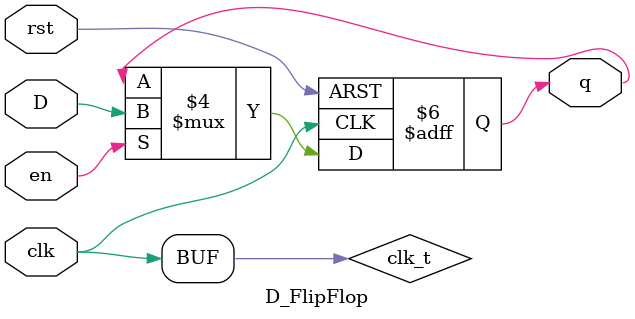
<source format=v>
module D_FlipFlop
    #(  
     parameter       isposedge = 1 
    ,parameter       ini = 0 )
    (
     input D
    ,input clk
    ,input rst
    ,input en
    ,output reg q
    );
    wire clk_t = isposedge?clk:~clk;

    always@(posedge clk_t , negedge rst )
    begin
        if(!rst)
            q <= ini;
        else
            if(en)
                q <= D;
            else
                q <= q;
    end
    
endmodule
</source>
